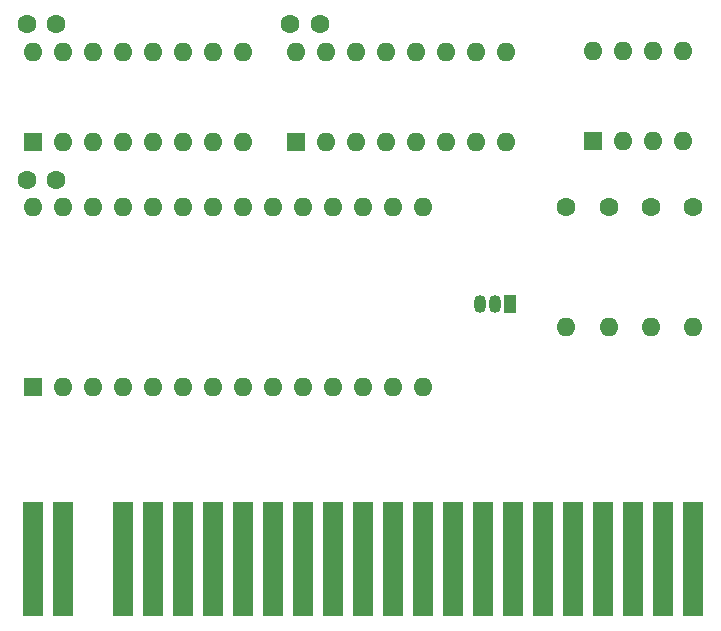
<source format=gbr>
%TF.GenerationSoftware,KiCad,Pcbnew,8.0.2*%
%TF.CreationDate,2024-05-18T23:24:33+02:00*%
%TF.ProjectId,zx81-external-eprom,7a783831-2d65-4787-9465-726e616c2d65,rev?*%
%TF.SameCoordinates,Original*%
%TF.FileFunction,Soldermask,Top*%
%TF.FilePolarity,Negative*%
%FSLAX46Y46*%
G04 Gerber Fmt 4.6, Leading zero omitted, Abs format (unit mm)*
G04 Created by KiCad (PCBNEW 8.0.2) date 2024-05-18 23:24:33*
%MOMM*%
%LPD*%
G01*
G04 APERTURE LIST*
%ADD10C,1.600000*%
%ADD11O,1.600000X1.600000*%
%ADD12R,1.778000X9.620000*%
%ADD13R,1.600000X1.600000*%
%ADD14R,1.050000X1.500000*%
%ADD15O,1.050000X1.500000*%
G04 APERTURE END LIST*
D10*
%TO.C,R1*%
X101980000Y-52870000D03*
D11*
X101980000Y-63030000D03*
%TD*%
D10*
%TO.C,C3*%
X71443300Y-37360000D03*
X73943300Y-37360000D03*
%TD*%
D12*
%TO.C,J1*%
X49694600Y-82670000D03*
X52234600Y-82670000D03*
X57314600Y-82670000D03*
X59854600Y-82670000D03*
X62394600Y-82670000D03*
X64934600Y-82670000D03*
X67474600Y-82670000D03*
X70014600Y-82670000D03*
X72544600Y-82670000D03*
X75094600Y-82670000D03*
X77634600Y-82670000D03*
X80174600Y-82670000D03*
X82714600Y-82670000D03*
X85254600Y-82670000D03*
X87794600Y-82670000D03*
X90334600Y-82670000D03*
X92874600Y-82670000D03*
X95414600Y-82670000D03*
X97954600Y-82670000D03*
X100494600Y-82670000D03*
X103034600Y-82670000D03*
X105574600Y-82670000D03*
%TD*%
D13*
%TO.C,U3*%
X71973300Y-47330000D03*
D11*
X74513300Y-47330000D03*
X77053300Y-47330000D03*
X79593300Y-47330000D03*
X82133300Y-47330000D03*
X84673300Y-47330000D03*
X87213300Y-47330000D03*
X89753300Y-47330000D03*
X89753300Y-39710000D03*
X87213300Y-39710000D03*
X84673300Y-39710000D03*
X82133300Y-39710000D03*
X79593300Y-39710000D03*
X77053300Y-39710000D03*
X74513300Y-39710000D03*
X71973300Y-39710000D03*
%TD*%
D10*
%TO.C,R2*%
X98406700Y-52870000D03*
D11*
X98406700Y-63030000D03*
%TD*%
D10*
%TO.C,C2*%
X49153300Y-37370000D03*
X51653300Y-37370000D03*
%TD*%
%TO.C,R4*%
X105553300Y-52870000D03*
D11*
X105553300Y-63030000D03*
%TD*%
D13*
%TO.C,SW2*%
X97123300Y-47250000D03*
D11*
X99663300Y-47250000D03*
X102203300Y-47250000D03*
X104743300Y-47250000D03*
X104743300Y-39630000D03*
X102203300Y-39630000D03*
X99663300Y-39630000D03*
X97123300Y-39630000D03*
%TD*%
D13*
%TO.C,U2*%
X49643300Y-47330000D03*
D11*
X52183300Y-47330000D03*
X54723300Y-47330000D03*
X57263300Y-47330000D03*
X59803300Y-47330000D03*
X62343300Y-47330000D03*
X64883300Y-47330000D03*
X67423300Y-47330000D03*
X67423300Y-39710000D03*
X64883300Y-39710000D03*
X62343300Y-39710000D03*
X59803300Y-39710000D03*
X57263300Y-39710000D03*
X54723300Y-39710000D03*
X52183300Y-39710000D03*
X49643300Y-39710000D03*
%TD*%
D13*
%TO.C,U1*%
X49633300Y-68120000D03*
D11*
X52173300Y-68120000D03*
X54713300Y-68120000D03*
X57253300Y-68120000D03*
X59793300Y-68120000D03*
X62333300Y-68120000D03*
X64873300Y-68120000D03*
X67413300Y-68120000D03*
X69953300Y-68120000D03*
X72493300Y-68120000D03*
X75033300Y-68120000D03*
X77573300Y-68120000D03*
X80113300Y-68120000D03*
X82653300Y-68120000D03*
X82653300Y-52880000D03*
X80113300Y-52880000D03*
X77573300Y-52880000D03*
X75033300Y-52880000D03*
X72493300Y-52880000D03*
X69953300Y-52880000D03*
X67413300Y-52880000D03*
X64873300Y-52880000D03*
X62333300Y-52880000D03*
X59793300Y-52880000D03*
X57253300Y-52880000D03*
X54713300Y-52880000D03*
X52173300Y-52880000D03*
X49633300Y-52880000D03*
%TD*%
D14*
%TO.C,Q1*%
X90090000Y-61080000D03*
D15*
X88820000Y-61080000D03*
X87550000Y-61080000D03*
%TD*%
D10*
%TO.C,C1*%
X49133300Y-50570000D03*
X51633300Y-50570000D03*
%TD*%
%TO.C,R3*%
X94833300Y-52870000D03*
D11*
X94833300Y-63030000D03*
%TD*%
M02*

</source>
